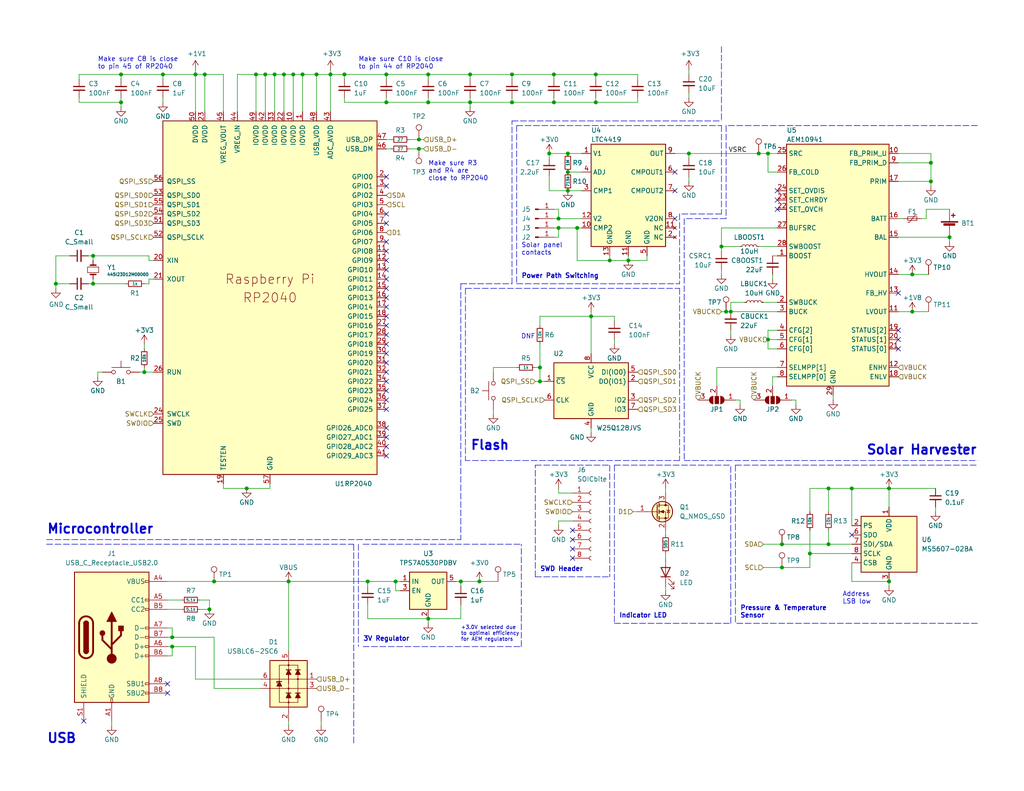
<source format=kicad_sch>
(kicad_sch (version 20211123) (generator eeschema)
  (paper "USLetter")
  (title_block (title "SLAPS Solar Harvester") (date "2023-05-07") (rev "V1.1") (company "Michael Shipman"))
  (junction (at 259.08 64.77))
  (junction (at 198.12 85.09))
  (junction (at 171.45 71.12))
  (junction (at 57.15 166.37))
  (junction (at 209.55 41.91))
  (junction (at 248.92 74.93))
  (junction (at 67.31 133.35))
  (junction (at 55.88 20.32))
  (junction (at 128.27 27.94))
  (junction (at 154.94 41.91))
  (junction (at 44.45 20.32))
  (junction (at 196.85 67.31))
  (junction (at 154.94 52.07))
  (junction (at 25.4 77.47))
  (junction (at 105.41 20.32))
  (junction (at 248.92 85.09))
  (junction (at 128.27 20.32))
  (junction (at 105.41 27.94))
  (junction (at 33.02 27.94))
  (junction (at 33.02 20.32))
  (junction (at 58.42 158.75))
  (junction (at 254 44.45))
  (junction (at 80.01 20.32))
  (junction (at 116.84 27.94))
  (junction (at 93.98 20.32))
  (junction (at 130.81 158.75))
  (junction (at 15.24 77.47))
  (junction (at 25.4 69.85))
  (junction (at 139.7 20.32))
  (junction (at 116.84 168.91))
  (junction (at 209.55 92.71))
  (junction (at 151.13 20.32))
  (junction (at 46.99 173.99))
  (junction (at 162.56 27.94))
  (junction (at 162.56 20.32))
  (junction (at 157.48 62.23))
  (junction (at 69.85 20.32))
  (junction (at 125.73 158.75))
  (junction (at 226.06 133.35))
  (junction (at 53.34 20.32))
  (junction (at 242.57 158.75))
  (junction (at 82.55 20.32))
  (junction (at 152.4 59.69))
  (junction (at 149.86 41.91))
  (junction (at 147.32 104.14))
  (junction (at 77.47 20.32))
  (junction (at 213.36 148.59))
  (junction (at 213.36 154.94))
  (junction (at 187.96 41.91))
  (junction (at 154.94 46.99))
  (junction (at 139.7 27.94))
  (junction (at 166.37 71.12))
  (junction (at 242.57 133.35))
  (junction (at 107.95 158.75))
  (junction (at 74.93 20.32))
  (junction (at 86.36 20.32))
  (junction (at 220.98 151.13))
  (junction (at 161.29 86.36))
  (junction (at 147.32 100.33))
  (junction (at 151.13 27.94))
  (junction (at 46.99 176.53))
  (junction (at 152.4 62.23))
  (junction (at 114.3 38.1))
  (junction (at 116.84 20.32))
  (junction (at 72.39 20.32))
  (junction (at 254 49.53))
  (junction (at 100.33 158.75))
  (junction (at 232.41 133.35))
  (junction (at 199.39 85.09))
  (junction (at 78.74 158.75))
  (junction (at 226.06 148.59))
  (junction (at 90.17 20.32))
  (junction (at 39.37 101.6))
  (junction (at 207.01 41.91))
  (junction (at 114.3 40.64))
  (no_connect (at 105.41 93.98))
  (no_connect (at 105.41 124.46))
  (no_connect (at 105.41 91.44))
  (no_connect (at 184.15 59.69))
  (no_connect (at 105.41 71.12))
  (no_connect (at 45.72 186.69))
  (no_connect (at 105.41 121.92))
  (no_connect (at 105.41 86.36))
  (no_connect (at 105.41 96.52))
  (no_connect (at 22.86 196.85))
  (no_connect (at 105.41 111.76))
  (no_connect (at 105.41 48.26))
  (no_connect (at 212.09 57.15))
  (no_connect (at 212.09 52.07))
  (no_connect (at 156.21 144.78))
  (no_connect (at 105.41 101.6))
  (no_connect (at 156.21 149.86))
  (no_connect (at 105.41 60.96))
  (no_connect (at 105.41 68.58))
  (no_connect (at 45.72 189.23))
  (no_connect (at 245.11 92.71))
  (no_connect (at 105.41 104.14))
  (no_connect (at 105.41 106.68))
  (no_connect (at 156.21 152.4))
  (no_connect (at 105.41 78.74))
  (no_connect (at 232.41 146.05))
  (no_connect (at 105.41 88.9))
  (no_connect (at 184.15 52.07))
  (no_connect (at 245.11 95.25))
  (no_connect (at 105.41 81.28))
  (no_connect (at 156.21 147.32))
  (no_connect (at 245.11 80.01))
  (no_connect (at 105.41 119.38))
  (no_connect (at 105.41 99.06))
  (no_connect (at 105.41 50.8))
  (no_connect (at 105.41 76.2))
  (no_connect (at 245.11 90.17))
  (no_connect (at 105.41 109.22))
  (no_connect (at 105.41 73.66))
  (no_connect (at 105.41 83.82))
  (no_connect (at 105.41 116.84))
  (no_connect (at 105.41 58.42))
  (no_connect (at 212.09 54.61))
  (no_connect (at 184.15 46.99))
  (no_connect (at 105.41 66.04))
  (wire (pts (xy 58.42 173.99) (xy 58.42 187.96)))
  (wire (pts (xy 152.4 134.62) (xy 152.4 133.35)))
  (wire (pts (xy 78.74 158.75) (xy 100.33 158.75)))
  (wire (pts (xy 151.13 26.67) (xy 151.13 27.94)))
  (wire (pts (xy 46.99 173.99) (xy 45.72 173.99)))
  (wire (pts (xy 172.72 139.7) (xy 173.99 139.7)))
  (wire (pts (xy 45.72 176.53) (xy 46.99 176.53)))
  (polyline (pts (xy 199.39 170.18) (xy 199.39 127)))
  (polyline (pts (xy 167.64 127) (xy 167.64 170.18)))
  (wire (pts (xy 149.86 41.91) (xy 149.86 43.18)))
  (polyline (pts (xy 200.66 127) (xy 266.7 127)))
  (wire (pts (xy 245.11 85.09) (xy 248.92 85.09)))
  (wire (pts (xy 152.4 59.69) (xy 158.75 59.69)))
  (wire (pts (xy 187.96 48.26) (xy 187.96 49.53)))
  (wire (pts (xy 147.32 104.14) (xy 148.59 104.14)))
  (wire (pts (xy 74.93 20.32) (xy 77.47 20.32)))
  (wire (pts (xy 207.01 67.31) (xy 212.09 67.31)))
  (wire (pts (xy 181.61 144.78) (xy 181.61 146.05)))
  (wire (pts (xy 146.05 104.14) (xy 147.32 104.14)))
  (wire (pts (xy 166.37 69.85) (xy 166.37 71.12)))
  (wire (pts (xy 53.34 185.42) (xy 71.12 185.42)))
  (wire (pts (xy 25.4 76.2) (xy 25.4 77.47)))
  (wire (pts (xy 33.02 27.94) (xy 33.02 29.21)))
  (wire (pts (xy 181.61 133.35) (xy 181.61 134.62)))
  (wire (pts (xy 116.84 21.59) (xy 116.84 20.32)))
  (wire (pts (xy 107.95 161.29) (xy 107.95 158.75)))
  (wire (pts (xy 15.24 69.85) (xy 19.05 69.85)))
  (wire (pts (xy 67.31 133.35) (xy 60.96 133.35)))
  (wire (pts (xy 30.48 196.85) (xy 30.48 198.12)))
  (wire (pts (xy 74.93 30.48) (xy 74.93 20.32)))
  (wire (pts (xy 151.13 59.69) (xy 152.4 59.69)))
  (wire (pts (xy 151.13 62.23) (xy 152.4 62.23)))
  (wire (pts (xy 114.3 38.1) (xy 115.57 38.1)))
  (wire (pts (xy 64.77 20.32) (xy 69.85 20.32)))
  (wire (pts (xy 25.4 69.85) (xy 40.64 69.85)))
  (wire (pts (xy 187.96 19.05) (xy 187.96 20.32)))
  (wire (pts (xy 152.4 134.62) (xy 156.21 134.62)))
  (wire (pts (xy 100.33 168.91) (xy 116.84 168.91)))
  (wire (pts (xy 226.06 133.35) (xy 232.41 133.35)))
  (polyline (pts (xy 167.64 127) (xy 199.39 127)))
  (wire (pts (xy 21.59 26.67) (xy 21.59 27.94)))
  (wire (pts (xy 125.73 168.91) (xy 116.84 168.91)))
  (wire (pts (xy 105.41 27.94) (xy 116.84 27.94)))
  (wire (pts (xy 139.7 27.94) (xy 151.13 27.94)))
  (wire (pts (xy 245.11 64.77) (xy 259.08 64.77)))
  (wire (pts (xy 207.01 41.91) (xy 209.55 41.91)))
  (wire (pts (xy 25.4 77.47) (xy 34.29 77.47)))
  (wire (pts (xy 93.98 20.32) (xy 93.98 21.59)))
  (wire (pts (xy 116.84 27.94) (xy 128.27 27.94)))
  (wire (pts (xy 167.64 92.71) (xy 167.64 93.98)))
  (wire (pts (xy 215.9 109.22) (xy 217.17 109.22)))
  (wire (pts (xy 80.01 20.32) (xy 82.55 20.32)))
  (wire (pts (xy 151.13 64.77) (xy 152.4 64.77)))
  (wire (pts (xy 196.85 62.23) (xy 196.85 67.31)))
  (wire (pts (xy 41.91 71.12) (xy 40.64 71.12)))
  (wire (pts (xy 242.57 133.35) (xy 255.27 133.35)))
  (wire (pts (xy 128.27 26.67) (xy 128.27 27.94)))
  (wire (pts (xy 181.61 151.13) (xy 181.61 152.4)))
  (wire (pts (xy 93.98 26.67) (xy 93.98 27.94)))
  (wire (pts (xy 44.45 26.67) (xy 44.45 27.94)))
  (wire (pts (xy 69.85 30.48) (xy 69.85 20.32)))
  (wire (pts (xy 226.06 139.7) (xy 226.06 133.35)))
  (wire (pts (xy 53.34 185.42) (xy 53.34 176.53)))
  (wire (pts (xy 25.4 71.12) (xy 25.4 69.85)))
  (wire (pts (xy 53.34 20.32) (xy 53.34 30.48)))
  (wire (pts (xy 152.4 64.77) (xy 152.4 62.23)))
  (wire (pts (xy 130.81 158.75) (xy 135.89 158.75)))
  (wire (pts (xy 105.41 20.32) (xy 116.84 20.32)))
  (wire (pts (xy 93.98 27.94) (xy 105.41 27.94)))
  (wire (pts (xy 248.92 74.93) (xy 253.365 74.93)))
  (wire (pts (xy 87.63 196.85) (xy 87.63 198.12)))
  (polyline (pts (xy 97.79 148.59) (xy 97.79 176.53)))
  (wire (pts (xy 157.48 62.23) (xy 158.75 62.23)))
  (wire (pts (xy 242.57 158.75) (xy 242.57 160.02)))
  (wire (pts (xy 162.56 20.32) (xy 151.13 20.32)))
  (polyline (pts (xy 146.05 127) (xy 166.37 127)))
  (wire (pts (xy 73.66 132.08) (xy 73.66 133.35)))
  (wire (pts (xy 46.99 173.99) (xy 58.42 173.99)))
  (wire (pts (xy 210.82 102.87) (xy 210.82 105.41)))
  (wire (pts (xy 217.17 109.22) (xy 217.17 110.49)))
  (wire (pts (xy 55.88 30.48) (xy 55.88 20.32)))
  (wire (pts (xy 212.09 95.25) (xy 209.55 95.25)))
  (wire (pts (xy 21.59 21.59) (xy 21.59 20.32)))
  (wire (pts (xy 154.94 52.07) (xy 158.75 52.07)))
  (wire (pts (xy 196.85 62.23) (xy 212.09 62.23)))
  (wire (pts (xy 77.47 20.32) (xy 80.01 20.32)))
  (wire (pts (xy 251.46 59.69) (xy 252.73 59.69)))
  (wire (pts (xy 209.55 92.71) (xy 209.55 95.25)))
  (wire (pts (xy 161.29 86.36) (xy 161.29 96.52)))
  (wire (pts (xy 259.08 64.77) (xy 259.08 66.04)))
  (wire (pts (xy 125.73 158.75) (xy 125.73 160.02)))
  (wire (pts (xy 78.74 158.75) (xy 78.74 177.8)))
  (wire (pts (xy 90.17 20.32) (xy 93.98 20.32)))
  (wire (pts (xy 38.1 101.6) (xy 39.37 101.6)))
  (wire (pts (xy 46.99 176.53) (xy 46.99 179.07)))
  (wire (pts (xy 40.64 71.12) (xy 40.64 69.85)))
  (polyline (pts (xy 196.85 12.7) (xy 196.85 33.02)))
  (wire (pts (xy 220.98 154.94) (xy 220.98 151.13)))
  (wire (pts (xy 166.37 71.12) (xy 171.45 71.12)))
  (wire (pts (xy 199.39 90.17) (xy 199.39 91.44)))
  (wire (pts (xy 245.11 41.91) (xy 254 41.91)))
  (polyline (pts (xy 99.06 176.53) (xy 142.24 176.53)))
  (wire (pts (xy 116.84 26.67) (xy 116.84 27.94)))
  (wire (pts (xy 187.96 41.91) (xy 207.01 41.91)))
  (wire (pts (xy 72.39 20.32) (xy 74.93 20.32)))
  (wire (pts (xy 208.28 148.59) (xy 213.36 148.59)))
  (wire (pts (xy 245.11 44.45) (xy 254 44.45)))
  (wire (pts (xy 64.77 30.48) (xy 64.77 20.32)))
  (wire (pts (xy 154.94 41.91) (xy 158.75 41.91)))
  (polyline (pts (xy 127 78.74) (xy 127 125.73)))
  (wire (pts (xy 248.92 85.09) (xy 253.365 85.09)))
  (wire (pts (xy 149.86 41.91) (xy 154.94 41.91)))
  (wire (pts (xy 124.46 158.75) (xy 125.73 158.75)))
  (wire (pts (xy 149.86 52.07) (xy 154.94 52.07)))
  (wire (pts (xy 213.36 148.59) (xy 226.06 148.59)))
  (polyline (pts (xy 127 78.74) (xy 185.42 78.74)))
  (wire (pts (xy 176.53 71.12) (xy 176.53 69.85)))
  (wire (pts (xy 151.13 57.15) (xy 152.4 57.15)))
  (wire (pts (xy 77.47 30.48) (xy 77.47 20.32)))
  (wire (pts (xy 254 49.53) (xy 254 50.8)))
  (wire (pts (xy 15.24 77.47) (xy 15.24 78.74)))
  (polyline (pts (xy 266.7 34.29) (xy 198.12 34.29)))
  (wire (pts (xy 187.96 25.4) (xy 187.96 26.67)))
  (wire (pts (xy 44.45 21.59) (xy 44.45 20.32)))
  (wire (pts (xy 187.96 41.91) (xy 187.96 43.18)))
  (wire (pts (xy 105.41 38.1) (xy 106.68 38.1)))
  (wire (pts (xy 78.74 196.85) (xy 78.74 198.12)))
  (wire (pts (xy 100.33 165.1) (xy 100.33 168.91)))
  (wire (pts (xy 173.99 20.32) (xy 162.56 20.32)))
  (wire (pts (xy 60.96 133.35) (xy 60.96 132.08)))
  (wire (pts (xy 58.42 158.75) (xy 78.74 158.75)))
  (wire (pts (xy 181.61 160.02) (xy 181.61 161.29)))
  (wire (pts (xy 105.41 40.64) (xy 106.68 40.64)))
  (wire (pts (xy 212.09 46.99) (xy 209.55 46.99)))
  (wire (pts (xy 128.27 27.94) (xy 139.7 27.94)))
  (wire (pts (xy 53.34 19.05) (xy 53.34 20.32)))
  (wire (pts (xy 171.45 69.85) (xy 171.45 71.12)))
  (wire (pts (xy 134.62 100.33) (xy 134.62 101.6)))
  (wire (pts (xy 220.98 144.78) (xy 220.98 151.13)))
  (wire (pts (xy 139.7 26.67) (xy 139.7 27.94)))
  (polyline (pts (xy 185.42 58.42) (xy 185.42 77.47)))
  (wire (pts (xy 46.99 179.07) (xy 45.72 179.07)))
  (wire (pts (xy 111.76 40.64) (xy 114.3 40.64)))
  (wire (pts (xy 67.31 133.35) (xy 73.66 133.35)))
  (wire (pts (xy 196.85 85.09) (xy 198.12 85.09)))
  (wire (pts (xy 162.56 27.94) (xy 173.99 27.94)))
  (wire (pts (xy 33.02 21.59) (xy 33.02 20.32)))
  (wire (pts (xy 199.39 85.09) (xy 199.39 82.55)))
  (wire (pts (xy 255.27 138.43) (xy 255.27 139.7)))
  (polyline (pts (xy 186.69 59.69) (xy 186.69 125.73)))
  (wire (pts (xy 86.36 20.32) (xy 90.17 20.32)))
  (wire (pts (xy 107.95 158.75) (xy 109.22 158.75)))
  (wire (pts (xy 196.85 67.31) (xy 201.93 67.31)))
  (wire (pts (xy 39.37 93.98) (xy 39.37 95.25)))
  (polyline (pts (xy 96.52 148.59) (xy 96.52 203.2)))
  (wire (pts (xy 157.48 71.12) (xy 166.37 71.12)))
  (wire (pts (xy 15.24 77.47) (xy 19.05 77.47)))
  (wire (pts (xy 227.33 107.95) (xy 227.33 109.22)))
  (wire (pts (xy 82.55 20.32) (xy 82.55 30.48)))
  (wire (pts (xy 199.39 82.55) (xy 203.2 82.55)))
  (wire (pts (xy 171.45 71.12) (xy 176.53 71.12)))
  (wire (pts (xy 105.41 21.59) (xy 105.41 20.32)))
  (wire (pts (xy 26.67 102.87) (xy 26.67 101.6)))
  (wire (pts (xy 25.4 69.85) (xy 24.13 69.85)))
  (wire (pts (xy 105.41 27.94) (xy 105.41 26.67)))
  (polyline (pts (xy 146.05 157.48) (xy 146.05 127)))
  (wire (pts (xy 245.11 59.69) (xy 246.38 59.69)))
  (wire (pts (xy 15.24 69.85) (xy 15.24 77.47)))
  (wire (pts (xy 21.59 20.32) (xy 33.02 20.32)))
  (wire (pts (xy 195.58 100.33) (xy 195.58 105.41)))
  (wire (pts (xy 139.7 20.32) (xy 139.7 21.59)))
  (wire (pts (xy 147.32 86.36) (xy 161.29 86.36)))
  (wire (pts (xy 40.64 76.2) (xy 40.64 77.47)))
  (wire (pts (xy 58.42 187.96) (xy 71.12 187.96)))
  (wire (pts (xy 252.73 57.15) (xy 259.08 57.15)))
  (wire (pts (xy 154.94 46.99) (xy 158.75 46.99)))
  (wire (pts (xy 60.96 20.32) (xy 55.88 20.32)))
  (polyline (pts (xy 12.7 148.59) (xy 96.52 148.59)))
  (wire (pts (xy 72.39 30.48) (xy 72.39 20.32)))
  (wire (pts (xy 134.62 100.33) (xy 140.97 100.33)))
  (wire (pts (xy 196.85 73.66) (xy 196.85 74.93)))
  (wire (pts (xy 39.37 101.6) (xy 41.91 101.6)))
  (polyline (pts (xy 142.24 176.53) (xy 142.24 148.59)))
  (wire (pts (xy 252.73 59.69) (xy 252.73 57.15)))
  (wire (pts (xy 46.99 171.45) (xy 46.99 173.99)))
  (wire (pts (xy 100.33 158.75) (xy 100.33 160.02)))
  (wire (pts (xy 209.55 92.71) (xy 212.09 92.71)))
  (wire (pts (xy 226.06 148.59) (xy 232.41 148.59)))
  (wire (pts (xy 41.91 76.2) (xy 40.64 76.2)))
  (wire (pts (xy 152.4 62.23) (xy 157.48 62.23)))
  (wire (pts (xy 151.13 20.32) (xy 151.13 21.59)))
  (wire (pts (xy 100.33 158.75) (xy 107.95 158.75)))
  (wire (pts (xy 152.4 59.69) (xy 152.4 57.15)))
  (wire (pts (xy 125.73 158.75) (xy 130.81 158.75)))
  (polyline (pts (xy 185.42 125.73) (xy 127 125.73)))
  (wire (pts (xy 24.13 77.47) (xy 25.4 77.47)))
  (wire (pts (xy 209.55 41.91) (xy 212.09 41.91)))
  (wire (pts (xy 45.72 171.45) (xy 46.99 171.45)))
  (wire (pts (xy 209.55 90.17) (xy 209.55 92.71)))
  (wire (pts (xy 57.15 166.37) (xy 57.15 163.83)))
  (wire (pts (xy 21.59 27.94) (xy 33.02 27.94)))
  (wire (pts (xy 220.98 139.7) (xy 220.98 133.35)))
  (polyline (pts (xy 140.97 34.29) (xy 196.85 34.29)))
  (wire (pts (xy 232.41 153.67) (xy 232.41 158.75)))
  (wire (pts (xy 226.06 144.78) (xy 226.06 148.59)))
  (wire (pts (xy 60.96 30.48) (xy 60.96 20.32)))
  (wire (pts (xy 210.82 102.87) (xy 212.09 102.87)))
  (wire (pts (xy 232.41 158.75) (xy 242.57 158.75)))
  (wire (pts (xy 184.15 41.91) (xy 187.96 41.91)))
  (wire (pts (xy 33.02 20.32) (xy 44.45 20.32)))
  (wire (pts (xy 39.37 77.47) (xy 40.64 77.47)))
  (wire (pts (xy 245.11 49.53) (xy 254 49.53)))
  (wire (pts (xy 208.28 154.94) (xy 213.36 154.94)))
  (wire (pts (xy 167.64 87.63) (xy 167.64 86.36)))
  (wire (pts (xy 162.56 20.32) (xy 162.56 21.59)))
  (wire (pts (xy 139.7 20.32) (xy 128.27 20.32)))
  (polyline (pts (xy 167.64 170.18) (xy 199.39 170.18)))
  (wire (pts (xy 245.11 74.93) (xy 248.92 74.93)))
  (wire (pts (xy 54.61 166.37) (xy 57.15 166.37)))
  (polyline (pts (xy 99.06 148.59) (xy 142.24 148.59)))
  (wire (pts (xy 151.13 20.32) (xy 139.7 20.32)))
  (wire (pts (xy 134.62 111.76) (xy 134.62 113.03)))
  (wire (pts (xy 152.4 142.24) (xy 152.4 143.51)))
  (wire (pts (xy 116.84 168.91) (xy 116.84 170.18)))
  (wire (pts (xy 45.72 166.37) (xy 49.53 166.37)))
  (polyline (pts (xy 196.85 58.42) (xy 185.42 58.42)))
  (wire (pts (xy 232.41 143.51) (xy 232.41 133.35)))
  (wire (pts (xy 26.67 101.6) (xy 27.94 101.6)))
  (wire (pts (xy 195.58 100.33) (xy 212.09 100.33)))
  (wire (pts (xy 254 41.91) (xy 254 44.45)))
  (wire (pts (xy 57.15 163.83) (xy 54.61 163.83)))
  (wire (pts (xy 220.98 151.13) (xy 232.41 151.13)))
  (wire (pts (xy 198.12 85.09) (xy 199.39 85.09)))
  (wire (pts (xy 232.41 133.35) (xy 242.57 133.35)))
  (polyline (pts (xy 146.05 157.48) (xy 166.37 157.48)))
  (wire (pts (xy 33.02 27.94) (xy 33.02 26.67)))
  (wire (pts (xy 111.76 38.1) (xy 114.3 38.1)))
  (wire (pts (xy 213.36 154.94) (xy 220.98 154.94)))
  (wire (pts (xy 151.13 27.94) (xy 162.56 27.94)))
  (polyline (pts (xy 185.42 78.74) (xy 185.42 125.73)))
  (wire (pts (xy 208.28 82.55) (xy 212.09 82.55)))
  (polyline (pts (xy 166.37 127) (xy 166.37 157.48)))
  (wire (pts (xy 69.85 20.32) (xy 72.39 20.32)))
  (wire (pts (xy 90.17 20.32) (xy 90.17 30.48)))
  (wire (pts (xy 196.85 67.31) (xy 196.85 68.58)))
  (wire (pts (xy 86.36 30.48) (xy 86.36 20.32)))
  (wire (pts (xy 55.88 20.32) (xy 53.34 20.32)))
  (wire (pts (xy 90.17 19.05) (xy 90.17 20.32)))
  (wire (pts (xy 210.82 69.85) (xy 212.09 69.85)))
  (wire (pts (xy 152.4 142.24) (xy 156.21 142.24)))
  (wire (pts (xy 199.39 85.09) (xy 212.09 85.09)))
  (wire (pts (xy 254 44.45) (xy 254 49.53)))
  (wire (pts (xy 149.86 48.26) (xy 149.86 52.07)))
  (wire (pts (xy 210.82 74.93) (xy 210.82 76.2)))
  (wire (pts (xy 157.48 62.23) (xy 157.48 71.12)))
  (polyline (pts (xy 12.7 147.32) (xy 125.73 147.32)))
  (wire (pts (xy 161.29 85.09) (xy 161.29 86.36)))
  (wire (pts (xy 147.32 86.36) (xy 147.32 88.9)))
  (wire (pts (xy 45.72 158.75) (xy 58.42 158.75)))
  (wire (pts (xy 146.05 100.33) (xy 147.32 100.33)))
  (wire (pts (xy 147.32 100.33) (xy 147.32 104.14)))
  (polyline (pts (xy 140.97 77.47) (xy 185.42 77.47)))
  (polyline (pts (xy 125.73 77.47) (xy 125.73 147.32)))
  (polyline (pts (xy 125.73 77.47) (xy 139.7 77.47)))
  (wire (pts (xy 39.37 101.6) (xy 39.37 100.33)))
  (wire (pts (xy 161.29 116.84) (xy 161.29 118.11)))
  (wire (pts (xy 209.55 90.17) (xy 212.09 90.17)))
  (polyline (pts (xy 139.7 77.47) (xy 139.7 33.02)))
  (polyline (pts (xy 139.7 33.02) (xy 196.85 33.02)))
  (polyline (pts (xy 140.97 34.29) (xy 140.97 77.47)))
  (polyline (pts (xy 198.12 34.29) (xy 198.12 59.69)))
  (polyline (pts (xy 186.69 125.73) (xy 266.7 125.73)))
  (polyline (pts (xy 198.12 59.69) (xy 186.69 59.69)))
  (polyline (pts (xy 200.66 127) (xy 200.66 170.18)))
  (wire (pts (xy 242.57 133.35) (xy 242.57 138.43)))
  (wire (pts (xy 167.64 86.36) (xy 161.29 86.36)))
  (wire (pts (xy 209.55 46.99) (xy 209.55 41.91)))
  (wire (pts (xy 173.99 26.67) (xy 173.99 27.94)))
  (wire (pts (xy 80.01 30.48) (xy 80.01 20.32)))
  (wire (pts (xy 109.22 161.29) (xy 107.95 161.29)))
  (wire (pts (xy 162.56 26.67) (xy 162.56 27.94)))
  (wire (pts (xy 128.27 20.32) (xy 128.27 21.59)))
  (wire (pts (xy 46.99 176.53) (xy 53.34 176.53)))
  (wire (pts (xy 116.84 20.32) (xy 128.27 20.32)))
  (wire (pts (xy 201.93 110.49) (xy 201.93 109.22)))
  (wire (pts (xy 201.93 109.22) (xy 200.66 109.22)))
  (polyline (pts (xy 266.7 170.18) (xy 200.66 170.18)))
  (wire (pts (xy 128.27 27.94) (xy 128.27 29.21)))
  (wire (pts (xy 220.98 133.35) (xy 226.06 133.35)))
  (wire (pts (xy 82.55 20.32) (xy 86.36 20.32)))
  (wire (pts (xy 125.73 165.1) (xy 125.73 168.91)))
  (wire (pts (xy 147.32 93.98) (xy 147.32 100.33)))
  (wire (pts (xy 173.99 21.59) (xy 173.99 20.32)))
  (wire (pts (xy 44.45 20.32) (xy 53.34 20.32)))
  (wire (pts (xy 45.72 163.83) (xy 49.53 163.83)))
  (wire (pts (xy 93.98 20.32) (xy 105.41 20.32)))
  (wire (pts (xy 114.3 40.64) (xy 115.57 40.64)))
  (polyline (pts (xy 196.85 34.29) (xy 196.85 58.42)))
  (text "Solar panel \ncontacts" (at 142.24 69.85 0) (effects (font (size 1.27 1.27)) (justify left bottom)))
  (text "Indicator LED" (at 168.91 168.91 0) (effects (font (size 1.27 1.27) (thickness 0.254) bold) (justify left bottom)))
  (text "USB" (at 12.7 203.2 0) (effects (font (size 2.54 2.54) (thickness 0.508) bold) (justify left bottom)))
  (text "+3.0V selected due \nto optimal efficiency \nfor AEM regulators" (at 125.73 175.26 0) (effects (font (size 1 1)) (justify left bottom)))
  (text "Address \nLSB low" (at 229.87 165.1 0) (effects (font (size 1.27 1.27)) (justify left bottom)))
  (text "Make sure C8 is close \nto pin 45 of RP2040" (at 26.67 19.05 0) (effects (font (size 1.27 1.27)) (justify left bottom)))
  (text "SWD Header" (at 147.32 156.21 0) (effects (font (size 1.27 1.27) (thickness 0.254) bold) (justify left bottom)))
  (text "Make sure C10 is close \nto pin 44 of RP2040" (at 97.79 19.05 0) (effects (font (size 1.27 1.27)) (justify left bottom)))
  (text "Microcontroller" (at 12.7 146.05 0) (effects (font (size 2.54 2.54) (thickness 0.508) bold) (justify left bottom)))
  (text "3V Regulator" (at 99.06 175.26 0) (effects (font (size 1.27 1.27) (thickness 0.254) bold) (justify left bottom)))
  (text "Pressure & Temperature \nSensor" (at 201.93 168.91 0) (effects (font (size 1.27 1.27) (thickness 0.254) bold) (justify left bottom)))
  (text "Power Path Switching" (at 142.24 76.2 0) (effects (font (size 1.27 1.27) (thickness 0.254) bold) (justify left bottom)))
  (text "Solar Harvester" (at 266.7 124.46 180) (effects (font (size 2.54 2.54) (thickness 0.508) bold) (justify right bottom)))
  (text "Flash" (at 128.27 123.19 0) (effects (font (size 2.54 2.54) (thickness 0.508) bold) (justify left bottom)))
  (text "DNF" (at 146.05 92.71 180) (effects (font (size 1.27 1.27)) (justify right bottom)))
  (text "Make sure R3 \nand R4 are \nclose to RP2040" (at 116.84 49.53 0) (effects (font (size 1.27 1.27)) (justify left bottom)))
  (label "VSRC" (at 198.755 41.91 0))
  (hierarchical_label "SWCLK" (shape input) (at 156.21 137.16 180))
  (hierarchical_label "USB_D+" (shape input) (at 115.57 38.1 0))
  (hierarchical_label "SWCLK" (shape input) (at 41.91 113.03 180))
  (hierarchical_label "USB_D-" (shape input) (at 86.36 187.96 0))
  (hierarchical_label "SCL" (shape input) (at 208.28 154.94 180))
  (hierarchical_label "VBUCK" (shape input) (at 209.55 92.71 180))
  (hierarchical_label "QSPI_SCLK" (shape input) (at 148.59 109.22 180))
  (hierarchical_label "QSPI_SS" (shape input) (at 146.05 104.14 180))
  (hierarchical_label "QSPI_SS" (shape input) (at 41.91 49.53 180))
  (hierarchical_label "D1" (shape input) (at 105.41 63.5 0))
  (hierarchical_label "VBUCK" (shape input) (at 190.5 109.22 90))
  (hierarchical_label "QSPI_SD2" (shape input) (at 41.91 58.42 180))
  (hierarchical_label "QSPI_SD3" (shape input) (at 173.99 111.76 0))
  (hierarchical_label "QSPI_SD1" (shape input) (at 173.99 104.14 0))
  (hierarchical_label "VBUCK" (shape input) (at 196.85 85.09 180))
  (hierarchical_label "QSPI_SD2" (shape input) (at 173.99 109.22 0))
  (hierarchical_label "SDA" (shape input) (at 208.28 148.59 180))
  (hierarchical_label "QSPI_SD1" (shape input) (at 41.91 55.88 180))
  (hierarchical_label "VBUCK" (shape input) (at 245.11 102.87 0))
  (hierarchical_label "VBUCK" (shape input) (at 245.11 100.33 0))
  (hierarchical_label "QSPI_SD0" (shape input) (at 41.91 53.34 180))
  (hierarchical_label "D1" (shape input) (at 172.72 139.7 180))
  (hierarchical_label "VBUCK" (shape input) (at 205.74 109.22 90))
  (hierarchical_label "SCL" (shape input) (at 105.41 55.88 0))
  (hierarchical_label "QSPI_SD0" (shape input) (at 173.99 101.6 0))
  (hierarchical_label "QSPI_SCLK" (shape input) (at 41.91 64.77 180))
  (hierarchical_label "QSPI_SD3" (shape input) (at 41.91 60.96 180))
  (hierarchical_label "SWDIO" (shape input) (at 41.91 115.57 180))
  (hierarchical_label "SDA" (shape input) (at 105.41 53.34 0))
  (hierarchical_label "USB_D-" (shape input) (at 115.57 40.64 0))
  (hierarchical_label "USB_D+" (shape input) (at 86.36 185.42 0))
  (hierarchical_label "SWDIO" (shape input) (at 156.21 139.7 180))
  (symbol (lib_id "Device:C_Small") (at 149.86 45.72 0) (unit 1)
    (property "Reference" "C17" (at 147.32 44.45 0) (effects (justify right)))
    (property "Value" "2.2uF" (at 147.32 46.99 0) (effects (justify right)))
    (property "Footprint" "Capacitor_SMD:C_0603_1608Metric_Pad1.08x0.95mm_HandSolder" (effects hide))
  )
  (symbol (lib_id "power:GND") (at 199.39 91.44 0) (unit 1)
    (property "Reference" "#PWR0117" (effects hide))
    (property "Value" "GND" (at 199.39 95.25 0))
  )
  (symbol (lib_id "Device:C_Small") (at 128.27 24.13 0) (unit 1)
    (property "Reference" "C7" (at 130.81 22.86 0) (effects (justify left)))
    (property "Value" "100nF" (at 130.81 25.4 0) (effects (justify left)))
    (property "Footprint" "Capacitor_SMD:C_0402_1005Metric_Pad0.74x0.62mm_HandSolder" (effects hide))
  )
  (symbol (lib_id "Power_Management:LTC4419") (at 171.45 59.69 0) (unit 1)
    (property "Reference" "U4" (at 161.29 35.56 0) (effects (justify left)))
    (property "Value" "LTC4419" (at 161.29 38.1 0) (effects (justify left)))
    (property "Footprint" "Package_SO:MSOP-12-1EP_3x4mm_P0.65mm_EP1.65x2.85mm_ThermalVias" (effects hide))
  )
  (symbol (lib_id "Device:R_Small") (at 220.98 142.24 0) (unit 1)
    (property "Reference" "R12" (at 219.71 142.24 0) (effects (justify right)))
    (property "Value" "10k" (at 220.98 142.24 90) (effects (font (size 0.8 0.8))))
    (property "Footprint" "Resistor_SMD:R_0603_1608Metric_Pad0.98x0.95mm_HandSolder" (effects hide))
  )
  (symbol (lib_id "Device:R_Small") (at 154.94 44.45 0) (unit 1)
    (property "Reference" "R9" (at 156.21 44.45 0) (effects (justify left)))
    (property "Value" "1M" (at 154.94 44.45 90) (effects (font (size 0.8 0.8))))
    (property "Footprint" "Resistor_SMD:R_0603_1608Metric_Pad0.98x0.95mm_HandSolder" (effects hide))
  )
  (symbol (lib_id "power:GND") (at 154.94 52.07 0) (unit 1)
    (property "Reference" "#PWR0128" (effects hide))
    (property "Value" "GND" (at 154.94 55.88 0))
  )
  (symbol (lib_id "Battery_Management:AEM10941") (at 227.33 54.61 0) (unit 1)
    (property "Reference" "U5" (at 214.63 35.56 0) (effects (justify left)))
    (property "Value" "AEM10941" (at 214.63 38.1 0) (effects (justify left)))
    (property "Footprint" "Package_DFN_QFN:QFN-28-1EP_5x5mm_P0.5mm_EP3.35x3.35mm_ThermalVias" (effects hide))
  )
  (symbol (lib_id "power:GND") (at 30.48 198.12 0) (unit 1)
    (property "Reference" "#PWR0136" (effects hide))
    (property "Value" "GND" (at 30.48 201.93 0))
  )
  (symbol (lib_id "Device:R_Small") (at 36.83 77.47 90) (unit 1)
    (property "Reference" "R1" (at 36.83 80.01 90))
    (property "Value" "1k" (at 36.83 77.47 90) (effects (font (size 0.8 0.8))))
    (property "Footprint" "Resistor_SMD:R_0603_1608Metric_Pad0.98x0.95mm_HandSolder" (effects hide))
  )
  (symbol (lib_id "Device:C_Small") (at 151.13 24.13 0) (unit 1)
    (property "Reference" "C11" (at 153.67 22.86 0) (effects (justify left)))
    (property "Value" "100nF" (at 153.67 25.4 0) (effects (justify left)))
    (property "Footprint" "Capacitor_SMD:C_0402_1005Metric_Pad0.74x0.62mm_HandSolder" (effects hide))
  )
  (symbol (lib_id "Connector:Conn_01x01_Male") (at 146.05 59.69 0) (unit 1)
    (property "Reference" "J4" (at 144.78 59.69 0) (effects (justify right)))
    (property "Value" "Conn_01x01_Male" (effects hide))
    (property "Footprint" "Connector:P19-1121" (effects hide))
  )
  (symbol (lib_id "power:GND") (at 134.62 113.03 0) (unit 1)
    (property "Reference" "#PWR0140" (effects hide))
    (property "Value" "GND" (at 134.62 116.84 0))
  )
  (symbol (lib_id "Device:R_Small") (at 39.37 97.79 0) (unit 1)
    (property "Reference" "R2" (at 36.83 97.79 0))
    (property "Value" "10k" (at 39.37 97.79 90) (effects (font (size 0.8 0.8))))
    (property "Footprint" "Resistor_SMD:R_0603_1608Metric_Pad0.98x0.95mm_HandSolder" (effects hide))
  )
  (symbol (lib_id "power:+3V3") (at 187.96 19.05 0) (unit 1)
    (property "Reference" "#PWR0111" (effects hide))
    (property "Value" "+3V3" (at 188.341 14.6558 0))
  )
  (symbol (lib_id "Device:C_Small") (at 116.84 24.13 0) (unit 1)
    (property "Reference" "C6" (at 119.38 22.86 0) (effects (justify left)))
    (property "Value" "100nF" (at 119.38 25.4 0) (effects (justify left)))
    (property "Footprint" "Capacitor_SMD:C_0402_1005Metric_Pad0.74x0.62mm_HandSolder" (effects hide))
  )
  (symbol (lib_id "power:+3V3") (at 181.61 133.35 0) (unit 1)
    (property "Reference" "#PWR0123" (effects hide))
    (property "Value" "+3V3" (at 181.61 129.54 0))
  )
  (symbol (lib_id "power:GND") (at 254 50.8 0) (unit 1)
    (property "Reference" "#PWR0113" (effects hide))
    (property "Value" "GND" (at 254 54.61 0))
  )
  (symbol (lib_id "Connector:TestPoint") (at 213.36 154.94 0) (unit 1)
    (property "Reference" "TP9" (at 214.63 153.035 0) (effects (justify left)))
    (property "Value" "TestPoint" (effects hide))
    (property "Footprint" "TestPoint:TestPoint_Pad_D1.0mm" (effects hide))
  )
  (symbol (lib_id "Device:Crystal_Small") (at 25.4 73.66 90) (unit 1)
    (property "Reference" "Y1" (at 29.21 73.0249 90) (effects (justify right)))
    (property "Value" "445I23D12M00000" (at 29.21 74.93 90) (effects (font (size 0.8 0.8)) (justify right)))
    (property "Footprint" "Crystal:Crystal_SMD_5032-2Pin_5.0x3.2mm_HandSoldering" (effects hide))
  )
  (symbol (lib_id "power:+3V3") (at 248.92 74.93 0) (unit 1)
    (property "Reference" "#PWR0114" (effects hide))
    (property "Value" "+3V3" (at 248.92 71.12 0))
  )
  (symbol (lib_id "power:+3V0") (at 149.86 41.91 0) (unit 1)
    (property "Reference" "#PWR0130" (effects hide))
    (property "Value" "+3V0" (at 149.86 38.1 0))
  )
  (symbol (lib_id "Device:C_Small") (at 44.45 24.13 0) (unit 1)
    (property "Reference" "C8" (at 46.99 22.86 0) (effects (justify left)))
    (property "Value" "1uF" (at 46.99 25.4 0) (effects (justify left)))
    (property "Footprint" "Capacitor_SMD:C_0402_1005Metric_Pad0.74x0.62mm_HandSolder" (effects hide))
  )
  (symbol (lib_id "Device:R_Small") (at 52.07 163.83 90) (unit 1)
    (property "Reference" "R7" (at 52.07 161.29 90))
    (property "Value" "5.1k" (at 52.07 163.83 90) (effects (font (size 0.8 0.8))))
    (property "Footprint" "Resistor_SMD:R_0603_1608Metric_Pad0.98x0.95mm_HandSolder" (effects hide))
  )
  (symbol (lib_id "power:GND") (at 255.27 139.7 0) (unit 1)
    (property "Reference" "#PWR0125" (effects hide))
    (property "Value" "GND" (at 255.27 143.51 0))
  )
  (symbol (lib_id "power:GND") (at 67.31 133.35 0) (unit 1)
    (property "Reference" "#PWR0101" (effects hide))
    (property "Value" "GND" (at 67.31 137.16 0))
  )
  (symbol (lib_id "Connector:TestPoint") (at 213.36 148.59 0) (unit 1)
    (property "Reference" "TP8" (at 214.63 146.685 0) (effects (justify left)))
    (property "Value" "TestPoint" (effects hide))
    (property "Footprint" "TestPoint:TestPoint_Pad_D1.0mm" (effects hide))
  )
  (symbol (lib_id "Device:R_Small") (at 181.61 148.59 0) (unit 1)
    (property "Reference" "R11" (at 182.88 148.59 0) (effects (justify left)))
    (property "Value" "585" (at 181.61 148.59 90) (effects (font (size 0.8 0.8))))
    (property "Footprint" "Resistor_SMD:R_0603_1608Metric_Pad0.98x0.95mm_HandSolder" (effects hide))
  )
  (symbol (lib_id "Device:C_Small") (at 162.56 24.13 0) (unit 1)
    (property "Reference" "C12" (at 165.1 22.86 0) (effects (justify left)))
    (property "Value" "100nF" (at 165.1 25.4 0) (effects (justify left)))
    (property "Footprint" "Capacitor_SMD:C_0402_1005Metric_Pad0.74x0.62mm_HandSolder" (effects hide))
  )
  (symbol (lib_id "power:GND") (at 210.82 76.2 0) (unit 1)
    (property "Reference" "#PWR0116" (effects hide))
    (property "Value" "GND" (at 210.82 80.01 0))
  )
  (symbol (lib_id "Device:C_Small") (at 21.59 77.47 90) (unit 1)
    (property "Reference" "C2" (at 21.59 81.28 90))
    (property "Value" "C_Small" (at 21.59 83.82 90))
    (property "Footprint" "Capacitor_SMD:C_0603_1608Metric_Pad1.08x0.95mm_HandSolder" (effects hide))
  )
  (symbol (lib_id "power:+3V0") (at 130.81 158.75 0) (unit 1)
    (property "Reference" "#PWR0132" (effects hide))
    (property "Value" "+3V0" (at 130.81 153.67 0))
  )
  (symbol (lib_id "Connector:Conn_01x01_Male") (at 146.05 62.23 0) (unit 1)
    (property "Reference" "J3" (at 144.78 62.23 0) (effects (justify right)))
    (property "Value" "Conn_01x01_Male" (effects hide))
    (property "Footprint" "Connector:P19-1121" (effects hide))
  )
  (symbol (lib_id "Device:C_Small") (at 125.73 162.56 0) (unit 1)
    (property "Reference" "C16" (at 128.27 161.2962 0) (effects (justify left)))
    (property "Value" "1uF" (at 128.27 163.8362 0) (effects (justify left)))
    (property "Footprint" "Capacitor_SMD:C_0603_1608Metric_Pad1.08x0.95mm_HandSolder" (effects hide))
  )
  (symbol (lib_id "Device:C_Small") (at 196.85 71.12 0) (unit 1)
    (property "Reference" "CSRC1" (at 194.31 69.85 0) (effects (justify right)))
    (property "Value" "10uF" (at 194.31 72.39 0) (effects (justify right)))
    (property "Footprint" "Capacitor_SMD:C_0603_1608Metric_Pad1.08x0.95mm_HandSolder" (effects hide))
  )
  (symbol (lib_id "Device:R_Small") (at 226.06 142.24 0) (unit 1)
    (property "Reference" "R13" (at 227.33 142.24 0) (effects (justify left)))
    (property "Value" "10k" (at 226.06 142.24 90) (effects (font (size 0.8 0.8))))
    (property "Footprint" "Resistor_SMD:R_0603_1608Metric_Pad0.98x0.95mm_HandSolder" (effects hide))
  )
  (symbol (lib_id "Device:R_Small") (at 147.32 91.44 0) (unit 1)
    (property "Reference" "R6" (at 148.59 91.44 0) (effects (justify left)))
    (property "Value" "10k" (at 147.32 91.44 90) (effects (font (size 0.8 0.8))))
    (property "Footprint" "Resistor_SMD:R_0603_1608Metric_Pad0.98x0.95mm_HandSolder" (effects hide))
  )
  (symbol (lib_id "power:GND") (at 33.02 29.21 0) (unit 1)
    (property "Reference" "#PWR0105" (effects hide))
    (property "Value" "GND" (at 33.02 33.02 0))
  )
  (symbol (lib_id "Device:Polyfuse_Small") (at 248.92 59.69 270) (unit 1)
    (property "Reference" "F1" (at 248.92 57.785 90))
    (property "Value" "Polyfuse_Small" (effects hide))
    (property "Footprint" "Fuse:Fuse_0805_2012Metric_Pad1.15x1.40mm_HandSolder" (effects hide))
  )
  (symbol (lib_id "Switch:SW_Push") (at 33.02 101.6 0) (unit 1)
    (property "Reference" "B1" (at 33.02 104.14 0))
    (property "Value" "KMR2" (effects hide))
    (property "Footprint" "Button_Switch_SMD:SW_Push_1P1T_NO_CK_KMR2" (effects hide))
  )
  (symbol (lib_id "power:GND") (at 259.08 66.04 0) (unit 1)
    (property "Reference" "#PWR0112" (effects hide))
    (property "Value" "GND" (at 259.08 69.85 0))
  )
  (symbol (lib_id "power:+3V3") (at 152.4 133.35 0) (unit 1)
    (property "Reference" "#PWR0143" (effects hide))
    (property "Value" "+3V3" (at 152.4 129.54 0))
  )
  (symbol (lib_id "Device:C_Small") (at 187.96 22.86 0) (unit 1)
    (property "Reference" "C20" (at 190.5 21.59 0) (effects (justify left)))
    (property "Value" "10uF" (at 190.5 24.13 0) (effects (justify left)))
    (property "Footprint" "Capacitor_SMD:C_0603_1608Metric_Pad1.08x0.95mm_HandSolder" (effects hide))
  )
  (symbol (lib_id "Jumper:SolderJumper_3_Open") (at 195.58 109.22 180) (unit 1)
    (property "Reference" "JP1" (at 195.58 111.76 0))
    (property "Value" "SolderJumper_3_Open" (effects hide))
    (property "Footprint" "Jumper:SolderJumper-3_P1.3mm_Open_RoundedPad1.0x1.5mm" (effects hide))
  )
  (symbol (lib_id "power:GND") (at 128.27 29.21 0) (unit 1)
    (property "Reference" "#PWR0109" (effects hide))
    (property "Value" "GND" (at 128.27 33.02 0))
  )
  (symbol (lib_id "power:+3V3") (at 161.29 85.09 0) (unit 1)
    (property "Reference" "#PWR0139" (effects hide))
    (property "Value" "+3V3" (at 161.29 81.28 0))
  )
  (symbol (lib_id "power:GND") (at 116.84 170.18 0) (unit 1)
    (property "Reference" "#PWR0131" (effects hide))
    (property "Value" "GND" (at 116.84 173.99 0))
  )
  (symbol (lib_id "Regulator_Linear:TPS7A0530PDBV") (at 116.84 161.29 0) (unit 1)
    (property "Reference" "U3" (at 116.84 151.13 0))
    (property "Value" "TPS7A0530PDBV" (at 116.84 153.67 0))
    (property "Footprint" "Package_TO_SOT_SMD:SOT-23-5" (effects hide))
    (property "Datasheet" "https://www.ti.com/lit/ds/symlink/tps7a05.pdf" (effects hide))
  )
  (symbol (lib_id "Device:C_Small") (at 210.82 72.39 0) (unit 1)
    (property "Reference" "CBOOST1" (at 208.28 71.12 0) (effects (justify right)))
    (property "Value" "22uF" (at 208.28 73.66 0) (effects (justify right)))
    (property "Footprint" "Capacitor_SMD:C_0603_1608Metric_Pad1.08x0.95mm_HandSolder" (effects hide))
  )
  (symbol (lib_id "Connector:TestPoint") (at 207.01 41.91 0) (unit 1)
    (property "Reference" "TP6" (at 208.28 40.005 0) (effects (justify left)))
    (property "Value" "TestPoint" (effects hide))
    (property "Footprint" "TestPoint:TestPoint_Pad_D1.0mm" (effects hide))
  )
  (symbol (lib_id "Connector:Conn_01x08_Female") (at 161.29 142.24 0) (unit 1)
    (property "Reference" "J6" (at 157.48 128.27 0) (effects (justify left)))
    (property "Value" "SOICbite" (at 157.48 130.81 0) (effects (justify left)))
    (property "Footprint" "Connector:SOIC_clipProgSmall" (effects hide))
  )
  (symbol (lib_id "power:GND") (at 181.61 161.29 0) (unit 1)
    (property "Reference" "#PWR0124" (effects hide))
    (property "Value" "GND" (at 181.61 165.1 0))
  )
  (symbol (lib_id "Switch:SW_Push") (at 134.62 106.68 90) (unit 1)
    (property "Reference" "B2" (at 129.54 106.68 90))
    (property "Value" "KMR2" (effects hide))
    (property "Footprint" "Button_Switch_SMD:SW_Push_1P1T_NO_CK_KMR2" (effects hide))
  )
  (symbol (lib_id "Connector:Conn_01x01_Male") (at 146.05 57.15 0) (unit 1)
    (property "Reference" "J5" (at 144.78 57.15 0) (effects (justify right)))
    (property "Value" "Conn_01x01_Male" (effects hide))
    (property "Footprint" "Connector:P19-1121" (effects hide))
  )
  (symbol (lib_id "Connector:TestPoint") (at 253.365 74.93 0) (unit 1)
    (property "Reference" "TP10" (at 254.635 73.025 0) (effects (justify left)))
    (property "Value" "TestPoint" (effects hide))
    (property "Footprint" "TestPoint:TestPoint_Pad_D1.0mm" (effects hide))
  )
  (symbol (lib_id "Device:LED") (at 181.61 156.21 90) (unit 1)
    (property "Reference" "D2" (at 185.42 156.5274 90) (effects (justify right)))
    (property "Value" "LED" (at 185.42 159.0674 90) (effects (justify right)))
    (property "Footprint" "Diode_SMD:D_0603_1608Metric_Pad1.05x0.95mm_HandSolder" (effects hide))
  )
  (symbol (lib_id "Device:L_Small") (at 205.74 82.55 90) (unit 1)
    (property "Reference" "LBUCK1" (at 205.74 77.47 90))
    (property "Value" "10uH" (at 205.74 80.01 90))
    (property "Footprint" "Inductor_SMD:L_0603_1608Metric_Pad1.05x0.95mm_HandSolder" (effects hide))
  )
  (symbol (lib_id "power:GND") (at 196.85 74.93 0) (unit 1)
    (property "Reference" "#PWR0118" (effects hide))
    (property "Value" "GND" (at 196.85 78.74 0))
  )
  (symbol (lib_id "power:GND") (at 187.96 49.53 0) (unit 1)
    (property "Reference" "#PWR0121" (effects hide))
    (property "Value" "GND" (at 187.96 53.34 0))
  )
  (symbol (lib_id "Connector:TestPoint") (at 135.89 158.75 0) (unit 1)
    (property "Reference" "TP5" (at 137.16 156.845 0) (effects (justify left)))
    (property "Value" "TestPoint" (effects hide))
    (property "Footprint" "TestPoint:TestPoint_Pad_D1.0mm" (effects hide))
  )
  (symbol (lib_id "power:GND") (at 78.74 198.12 0) (unit 1)
    (property "Reference" "#PWR0134" (effects hide))
    (property "Value" "GND" (at 78.74 201.93 0))
  )
  (symbol (lib_id "Device:C_Small") (at 255.27 135.89 0) (unit 1)
    (property "Reference" "C19" (at 257.81 134.6262 0) (effects (justify left)))
    (property "Value" "0.1uF" (at 257.81 137.1662 0) (effects (justify left)))
    (property "Footprint" "Capacitor_SMD:C_0603_1608Metric_Pad1.08x0.95mm_HandSolder" (effects hide))
  )
  (symbol (lib_id "power:GND") (at 171.45 71.12 0) (unit 1)
    (property "Reference" "#PWR0127" (effects hide))
    (property "Value" "GND" (at 171.45 74.93 0))
  )
  (symbol (lib_id "Device:C_Small") (at 93.98 24.13 0) (unit 1)
    (property "Reference" "C10" (at 96.52 22.86 0) (effects (justify left)))
    (property "Value" "1uF" (at 96.52 25.4 0) (effects (justify left)))
    (property "Footprint" "Capacitor_SMD:C_0402_1005Metric_Pad0.74x0.62mm_HandSolder" (effects hide))
  )
  (symbol (lib_id "Device:C_Small") (at 105.41 24.13 0) (unit 1)
    (property "Reference" "C5" (at 107.95 22.86 0) (effects (justify left)))
    (property "Value" "100nF" (at 107.95 25.4 0) (effects (justify left)))
    (property "Footprint" "Capacitor_SMD:C_0402_1005Metric_Pad0.74x0.62mm_HandSolder" (effects hide))
  )
  (symbol (lib_id "Device:R_Small") (at 143.51 100.33 90) (unit 1)
    (property "Reference" "R5" (at 143.51 97.79 90))
    (property "Value" "1k" (at 143.51 100.33 90) (effects (font (size 0.8 0.8))))
    (property "Footprint" "Resistor_SMD:R_0603_1608Metric_Pad0.98x0.95mm_HandSolder" (effects hide))
  )
  (symbol (lib_id "MCU_RaspberryPi_RP2040:RP2040") (at 73.66 81.28 0) (unit 1)
    (property "Reference" "U1" (at 92.71 132.08 0))
    (property "Value" "RP2040" (at 97.79 132.08 0))
    (property "Footprint" "RP2040_minimal:RP2040-QFN-56" (effects hide))
  )
  (symbol (lib_id "power:+3V3") (at 242.57 133.35 0) (unit 1)
    (property "Reference" "#PWR0122" (effects hide))
    (property "Value" "+3V3" (at 242.57 129.54 0))
  )
  (symbol (lib_id "Device:C_Small") (at 187.96 45.72 0) (unit 1)
    (property "Reference" "C18" (at 190.5 44.4562 0) (effects (justify left)))
    (property "Value" "10uF" (at 190.5 46.9962 0) (effects (justify left)))
    (property "Footprint" "Capacitor_SMD:C_0603_1608Metric_Pad1.08x0.95mm_HandSolder" (effects hide))
  )
  (symbol (lib_id "Device:R_Small") (at 109.22 40.64 90) (unit 1)
    (property "Reference" "R4" (at 109.22 43.18 90))
    (property "Value" "27" (at 109.22 40.64 90) (effects (font (size 0.8 0.8))))
    (property "Footprint" "Resistor_SMD:R_0603_1608Metric_Pad0.98x0.95mm_HandSolder" (effects hide))
  )
  (symbol (lib_id "power:+1V1") (at 53.34 19.05 0) (unit 1)
    (property "Reference" "#PWR0107" (effects hide))
    (property "Value" "+1V1" (at 53.721 14.6558 0))
  )
  (symbol (lib_id "power:GND") (at 26.67 102.87 0) (unit 1)
    (property "Reference" "#PWR0104" (effects hide))
    (property "Value" "GND" (at 26.67 106.68 0))
  )
  (symbol (lib_id "Diode_TVS_AKL:USBLC6-2SC6") (at 78.74 185.42 0) (mirror y) (unit 1)
    (property "Reference" "D1" (at 75.9713 175.26 0) (effects (justify left)))
    (property "Value" "USBLC6-2SC6" (at 75.9713 177.8 0) (effects (justify left)))
    (property "Footprint" "Package_TO_SOT_SMD_AKL:SOT-23-6" (effects hide))
    (property "Datasheet" "https://www.tme.eu/Document/db59d28d28a96c34f26d05f234ff409c/USBLC6-2.pdf" (effects hide))
  )
  (symbol (lib_id "power:GND") (at 187.96 26.67 0) (unit 1)
    (property "Reference" "#PWR0110" (effects hide))
    (property "Value" "GND" (at 187.96 30.48 0))
  )
  (symbol (lib_id "Sensor_Pressure:MS5607-02BA") (at 242.57 148.59 0) (unit 1)
    (property "Reference" "U6" (at 251.46 147.3199 0) (effects (justify left)))
    (property "Value" "MS5607-02BA" (at 251.46 149.8599 0) (effects (justify left)))
    (property "Footprint" "Package_LGA:LGA-8_3x5mm_P1.25mm" (effects hide))
    (property "Datasheet" "https://www.te.com/commerce/DocumentDelivery/DDEController?Action=showdoc&DocId=Data+Sheet%7FMS5607-02BA03%7FB2%7Fpdf%7FEnglish%7FENG_DS_MS5607-02BA03_B2.pdf%7FCAT-BLPS0035" (effects hide))
  )
  (symbol (lib_id "Device:C_Small") (at 139.7 24.13 0) (unit 1)
    (property "Reference" "C9" (at 142.24 22.86 0) (effects (justify left)))
    (property "Value" "100nF" (at 142.24 25.4 0) (effects (justify left)))
    (property "Footprint" "Capacitor_SMD:C_0402_1005Metric_Pad0.74x0.62mm_HandSolder" (effects hide))
  )
  (symbol (lib_id "power:GND") (at 44.45 27.94 0) (unit 1)
    (property "Reference" "#PWR0106" (effects hide))
    (property "Value" "GND" (at 44.45 31.75 0))
  )
  (symbol (lib_id "Device:C_Small") (at 167.64 90.17 0) (unit 1)
    (property "Reference" "C14" (at 171.45 88.9062 0) (effects (justify left)))
    (property "Value" "100nF" (at 171.45 91.4462 0) (effects (justify left)))
    (property "Footprint" "Capacitor_SMD:C_0603_1608Metric_Pad1.08x0.95mm_HandSolder" (effects hide))
  )
  (symbol (lib_id "Connector:TestPoint") (at 114.3 40.64 180) (unit 1)
    (property "Reference" "TP3" (at 114.3 46.99 0))
    (property "Value" "TestPoint" (effects hide))
    (property "Footprint" "TestPoint:TestPoint_Pad_D1.0mm" (effects hide))
  )
  (symbol (lib_id "power:+3V3") (at 39.37 93.98 0) (unit 1)
    (property "Reference" "#PWR0102" (effects hide))
    (property "Value" "+3V3" (at 39.37 90.17 0))
  )
  (symbol (lib_id "power:GND") (at 57.15 166.37 0) (unit 1)
    (property "Reference" "#PWR0129" (effects hide))
    (property "Value" "GND" (at 57.15 170.18 0))
  )
  (symbol (lib_id "power:+1V8") (at 248.92 85.09 0) (unit 1)
    (property "Reference" "#PWR0115" (effects hide))
    (property "Value" "+1V8" (at 248.92 81.28 0))
  )
  (symbol (lib_id "Memory_Flash:W25Q128JVS") (at 161.29 106.68 0) (unit 1)
    (property "Reference" "U2" (at 152.4 96.52 0))
    (property "Value" "W25Q128JVS" (at 168.91 116.84 0))
    (property "Footprint" "Package_SO:SOIC-8_5.23x5.23mm_P1.27mm" (effects hide))
    (property "Datasheet" "http://www.winbond.com/resource-files/w25q128jv_dtr%20revc%2003272018%20plus.pdf" (effects hide))
  )
  (symbol (lib_id "power:GND") (at 15.24 78.74 0) (unit 1)
    (property "Reference" "#PWR0103" (effects hide))
    (property "Value" "GND" (at 15.367 83.1342 0))
  )
  (symbol (lib_id "Device:R_Small") (at 109.22 38.1 90) (unit 1)
    (property "Reference" "R3" (at 109.22 35.56 90))
    (property "Value" "27" (at 109.22 38.1 90) (effects (font (size 0.8 0.8))))
    (property "Footprint" "Resistor_SMD:R_0603_1608Metric_Pad0.98x0.95mm_HandSolder" (effects hide))
  )
  (symbol (lib_id "Device:Q_NMOS_GSD") (at 179.07 139.7 0) (unit 1)
    (property "Reference" "Q1" (at 185.42 138.4299 0) (effects (justify left)))
    (property "Value" "Q_NMOS_GSD" (at 185.42 140.9699 0) (effects (justify left)))
    (property "Footprint" "Package_TO_SOT_SMD:SOT-23-3" (effects hide))
  )
  (symbol (lib_id "power:GND") (at 217.17 110.49 0) (unit 1)
    (property "Reference" "#PWR0120" (effects hide))
    (property "Value" "GND" (at 217.17 114.3 0))
  )
  (symbol (lib_id "Connector:Conn_01x01_Male") (at 146.05 64.77 0) (unit 1)
    (property "Reference" "J2" (at 144.78 64.77 0) (effects (justify right)))
    (property "Value" "Conn_01x01_Male" (effects hide))
    (property "Footprint" "Connector:P19-1121" (effects hide))
  )
  (symbol (lib_id "power:GND") (at 201.93 110.49 0) (unit 1)
    (property "Reference" "#PWR0141" (effects hide))
    (property "Value" "GND" (at 201.93 114.3 0))
  )
  (symbol (lib_id "Device:C_Small") (at 21.59 69.85 90) (unit 1)
    (property "Reference" "C1" (at 21.5963 63.5 90))
    (property "Value" "C_Small" (at 21.5963 66.04 90))
    (property "Footprint" "Capacitor_SMD:C_0603_1608Metric_Pad1.08x0.95mm_HandSolder" (effects hide))
  )
  (symbol (lib_id "power:GND") (at 227.33 109.22 0) (unit 1)
    (property "Reference" "#PWR0119" (effects hide))
    (property "Value" "GND" (at 227.33 113.03 0))
  )
  (symbol (lib_id "power:GND") (at 161.29 118.11 0) (unit 1)
    (property "Reference" "#PWR0138" (effects hide))
    (property "Value" "GND" (at 157.48 119.38 0))
  )
  (symbol (lib_id "Device:C_Small") (at 100.33 162.56 0) (unit 1)
    (property "Reference" "C15" (at 102.87 161.2962 0) (effects (justify left)))
    (property "Value" "1uF" (at 102.87 163.8362 0) (effects (justify left)))
    (property "Footprint" "Capacitor_SMD:C_0603_1608Metric_Pad1.08x0.95mm_HandSolder" (effects hide))
  )
  (symbol (lib_id "Connector:USB_C_Receptacle_USB2.0") (at 30.48 173.99 0) (unit 1)
    (property "Reference" "J1" (at 30.48 151.13 0))
    (property "Value" "USB_C_Receptacle_USB2.0" (at 30.48 153.67 0))
    (property "Footprint" "Connector_USB:USB_C_Receptacle_GCT_USB4085" (effects hide))
    (property "Datasheet" "https://www.usb.org/sites/default/files/documents/usb_type-c.zip" (effects hide))
  )
  (symbol (lib_id "Device:C_Small") (at 21.59 24.13 0) (unit 1)
    (property "Reference" "C3" (at 24.13 22.86 0) (effects (justify left)))
    (property "Value" "100nF" (at 24.13 25.4 0) (effects (justify left)))
    (property "Footprint" "Capacitor_SMD:C_0402_1005Metric_Pad0.74x0.62mm_HandSolder" (effects hide))
  )
  (symbol (lib_id "Device:R_Small") (at 154.94 49.53 0) (unit 1)
    (property "Reference" "R10" (at 156.21 49.53 0) (effects (justify left)))
    (property "Value" "715k" (at 154.94 49.53 90) (effects (font (size 0.8 0.8))))
    (property "Footprint" "Resistor_SMD:R_0603_1608Metric_Pad0.98x0.95mm_HandSolder" (effects hide))
  )
  (symbol (lib_id "Device:Battery_Cell") (at 259.08 62.23 0) (unit 1)
    (property "Reference" "BT1" (at 262.255 60.96 0) (effects (justify left)))
    (property "Value" "Battery_Cell" (effects hide))
    (property "Footprint" "Battery:MPD_BK-82_x2" (effects hide))
  )
  (symbol (lib_id "Connector:TestPoint") (at 253.365 85.09 0) (unit 1)
    (property "Reference" "TP11" (at 254.635 83.185 0) (effects (justify left)))
    (property "Value" "TestPoint" (effects hide))
    (property "Footprint" "TestPoint:TestPoint_Pad_D1.0mm" (effects hide))
  )
  (symbol (lib_id "Connector:TestPoint") (at 87.63 196.85 0) (unit 1)
    (property "Reference" "TP4" (at 88.9 194.945 0) (effects (justify left)))
    (property "Value" "TestPoint" (effects hide))
    (property "Footprint" "TestPoint:TestPoint_Pad_D1.0mm" (effects hide))
  )
  (symbol (lib_id "Device:C_Small") (at 199.39 87.63 180) (unit 1)
    (property "Reference" "CBUCK1" (at 201.93 86.3535 0) (effects (justify right)))
    (property "Value" "22uF" (at 201.93 88.8935 0) (effects (justify right)))
    (property "Footprint" "Capacitor_SMD:C_0603_1608Metric_Pad1.08x0.95mm_HandSolder" (effects hide))
  )
  (symbol (lib_id "Device:L_Small") (at 204.47 67.31 90) (unit 1)
    (property "Reference" "LBOOST1" (at 204.47 64.77 90))
    (property "Value" "10uH" (at 204.47 68.58 90))
    (property "Footprint" "Inductor_SMD:IND_LPS4012-103MRC" (effects hide))
  )
  (symbol (lib_id "Connector:TestPoint") (at 58.42 158.75 0) (unit 1)
    (property "Reference" "TP1" (at 59.69 156.845 0) (effects (justify left)))
    (property "Value" "TestPoint" (effects hide))
    (property "Footprint" "TestPoint:TestPoint_Pad_D1.0mm" (effects hide))
  )
  (symbol (lib_id "power:GND") (at 152.4 143.51 0) (unit 1)
    (property "Reference" "#PWR0142" (effects hide))
    (property "Value" "GND" (at 152.4 147.32 0))
  )
  (symbol (lib_id "Device:C_Small") (at 173.99 24.13 0) (unit 1)
    (property "Reference" "C13" (at 176.53 22.86 0) (effects (justify left)))
    (property "Value" "100nF" (at 176.53 25.4 0) (effects (justify left)))
    (property "Footprint" "Capacitor_SMD:C_0402_1005Metric_Pad0.74x0.62mm_HandSolder" (effects hide))
  )
  (symbol (lib_id "Connector:TestPoint") (at 114.3 38.1 0) (unit 1)
    (property "Reference" "TP2" (at 114.3 31.75 0))
    (property "Value" "TestPoint" (effects hide))
    (property "Footprint" "TestPoint:TestPoint_Pad_D1.0mm" (effects hide))
  )
  (symbol (lib_id "power:VBUS") (at 78.74 158.75 0) (unit 1)
    (property "Reference" "#PWR0133" (effects hide))
    (property "Value" "VBUS" (at 78.74 154.94 0))
  )
  (symbol (lib_id "power:GND") (at 167.64 93.98 0) (unit 1)
    (property "Reference" "#PWR0137" (effects hide))
    (property "Value" "GND" (at 167.64 97.79 0))
  )
  (symbol (lib_id "Connector:TestPoint") (at 198.12 85.09 0) (unit 1)
    (property "Reference" "TP7" (at 196.85 82.55 0) (effects (justify right)))
    (property "Value" "TestPoint" (effects hide))
    (property "Footprint" "TestPoint:TestPoint_Pad_D1.0mm" (effects hide))
  )
  (symbol (lib_id "Device:R_Small") (at 52.07 166.37 90) (unit 1)
    (property "Reference" "R8" (at 52.07 168.91 90))
    (property "Value" "5.1k" (at 52.07 166.37 90) (effects (font (size 0.8 0.8))))
    (property "Footprint" "Resistor_SMD:R_0603_1608Metric_Pad0.98x0.95mm_HandSolder" (effects hide))
  )
  (symbol (lib_id "power:GND") (at 87.63 198.12 0) (unit 1)
    (property "Reference" "#PWR0135" (effects hide))
    (property "Value" "GND" (at 87.63 201.93 0))
  )
  (symbol (lib_id "Jumper:SolderJumper_3_Open") (at 210.82 109.22 180) (unit 1)
    (property "Reference" "JP2" (at 210.82 111.76 0))
    (property "Value" "SolderJumper_3_Open" (effects hide))
    (property "Footprint" "Jumper:SolderJumper-3_P1.3mm_Open_RoundedPad1.0x1.5mm" (effects hide))
  )
  (symbol (lib_id "power:+3V3") (at 90.17 19.05 0) (unit 1)
    (property "Reference" "#PWR0108" (effects hide))
    (property "Value" "+3V3" (at 90.551 14.6558 0))
  )
  (symbol (lib_id "Device:C_Small") (at 33.02 24.13 0) (unit 1)
    (property "Reference" "C4" (at 35.56 22.86 0) (effects (justify left)))
    (property "Value" "100nF" (at 35.56 25.4 0) (effects (justify left)))
    (property "Footprint" "Capacitor_SMD:C_0402_1005Metric_Pad0.74x0.62mm_HandSolder" (effects hide))
  )
  (symbol (lib_id "power:GND") (at 242.57 160.02 0) (unit 1)
    (property "Reference" "#PWR0126" (effects hide))
    (property "Value" "GND" (at 242.57 163.83 0))
  )
)
</source>
